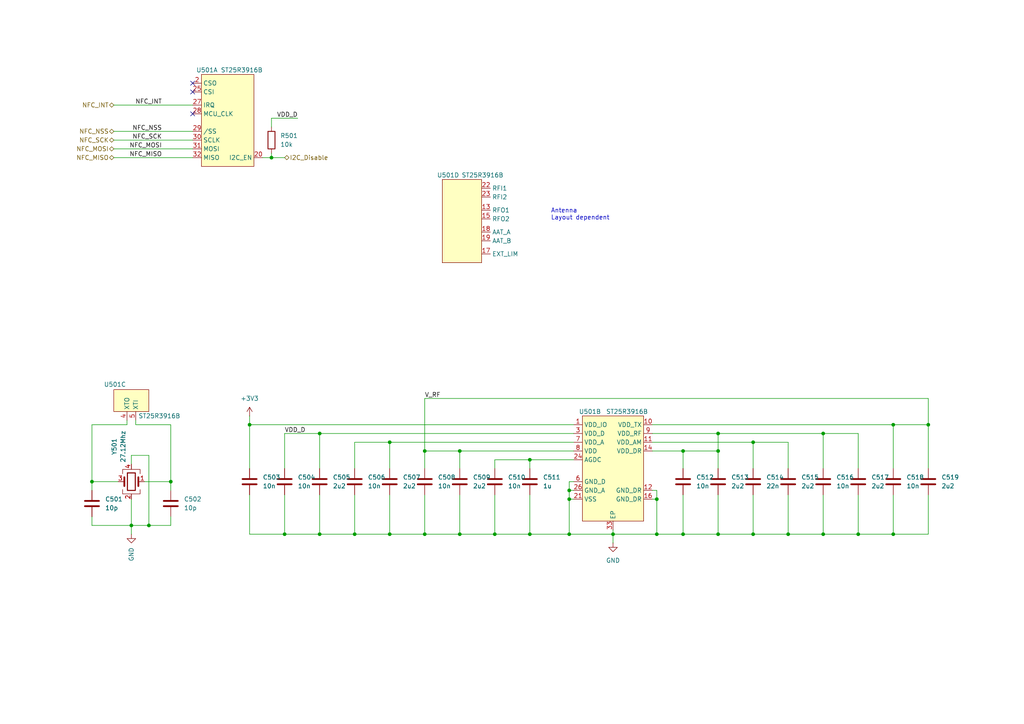
<source format=kicad_sch>
(kicad_sch (version 20250114) (generator "eeschema") (generator_version "9.0")
  (paper "A4")
  (lib_symbols
    (symbol "+3V3_1" (power) (pin_numbers (hide yes)) (pin_names (offset 0) (hide yes))
      (property "Value" "+3V3" (at 0 3.556 0))
      (symbol "+3V3_1_0_1"
        (polyline (pts (xy -0.762 1.27) (xy 0 2.54)))
        (polyline (pts (xy 0 2.54) (xy 0.762 1.27)))
        (polyline (pts (xy 0 0) (xy 0 2.54)))
      )
      (symbol "+3V3_1_1_1"
        (pin power_in line (at 0 0 90) (length 0) (name "~") (number "1"))
      )
    )
    (symbol "Device:C" (pin_numbers (hide yes)) (pin_names (offset 0.254))
      (property "Reference" "C" (at 0.635 2.54 0))
      (property "Value" "C" (at 0.635 -2.54 0))
      (symbol "C_0_1"
        (polyline (pts (xy -2.032 0.762) (xy 2.032 0.762)) (stroke (width 0.508)))
        (polyline (pts (xy -2.032 -0.762) (xy 2.032 -0.762)) (stroke (width 0.508)))
      )
      (symbol "C_1_1"
        (pin passive line (at 0 3.81 270) (length 2.794) (name "~") (number "1"))
        (pin passive line (at 0 -3.81 90) (length 2.794) (name "~") (number "2"))
      )
    )
    (symbol "Device:Crystal_GND24" (pin_names (offset 1.016) (hide yes))
      (property "Reference" "Y" (at 3.175 5.08 0))
      (property "Value" "Crystal_GND24" (at 3.175 3.175 0))
      (symbol "Crystal_GND24_0_1"
        (polyline (pts (xy -2.54 2.286) (xy -2.54 3.556) (xy 2.54 3.556) (xy 2.54 2.286)))
        (polyline (pts (xy -2.54 0) (xy -2.032 0)))
        (polyline (pts (xy -2.54 -2.286) (xy -2.54 -3.556) (xy 2.54 -3.556) (xy 2.54 -2.286)))
        (polyline (pts (xy -2.032 -1.27) (xy -2.032 1.27)) (stroke (width 0.508)))
        (rectangle (start -1.143 2.54) (end 1.143 -2.54) (stroke (width 0.3048)))
        (polyline (pts (xy 0 3.556) (xy 0 3.81)))
        (polyline (pts (xy 0 -3.81) (xy 0 -3.556)))
        (polyline (pts (xy 2.032 0) (xy 2.54 0)))
        (polyline (pts (xy 2.032 -1.27) (xy 2.032 1.27)) (stroke (width 0.508)))
      )
      (symbol "Crystal_GND24_1_1"
        (pin passive line (at -3.81 0 0) (length 1.27) (name "1") (number "1"))
        (pin passive line (at 0 5.08 270) (length 1.27) (name "2") (number "2"))
        (pin passive line (at 0 -5.08 90) (length 1.27) (name "4") (number "4"))
        (pin passive line (at 3.81 0 180) (length 1.27) (name "3") (number "3"))
      )
    )
    (symbol "Device:R" (pin_numbers (hide yes)) (pin_names (offset 0))
      (property "Reference" "R" (at 2.032 0 90))
      (property "Value" "R" (at 0 0 90))
      (symbol "R_0_1"
        (rectangle (start -1.016 -2.54) (end 1.016 2.54) (stroke (width 0.254)))
      )
      (symbol "R_1_1"
        (pin passive line (at 0 3.81 270) (length 1.27) (name "~") (number "1"))
        (pin passive line (at 0 -3.81 90) (length 1.27) (name "~") (number "2"))
      )
    )
    (symbol "GND_1" (power) (pin_numbers (hide yes)) (pin_names (offset 0) (hide yes))
      (property "Value" "GND" (at 0 -3.81 0))
      (symbol "GND_1_0_1"
        (polyline (pts (xy 0 0) (xy 0 -1.27) (xy 1.27 -1.27) (xy 0 -2.54) (xy -1.27 -1.27) (xy 0 -1.27)))
      )
      (symbol "GND_1_1_1"
        (pin power_in line (at 0 0 270) (length 0) (name "~") (number "1"))
      )
    )
    (symbol "myParts:ST25R3916B"
      (property "Reference" "U" (at 0.508 1.016 0))
      (symbol "ST25R3916B_1_1"
        (rectangle (start 0 0) (end 15.24 -26.67) (fill (type background)))
        (pin output line (at -2.54 -2.54 0) (length 2.54) (name "CSO") (number "2"))
        (pin passive line (at -2.54 -5.08 0) (length 2.54) (name "CSI") (number "25"))
        (pin output line (at -2.54 -8.89 0) (length 2.54) (name "IRQ") (number "27"))
        (pin output line (at -2.54 -11.43 0) (length 2.54) (name "MCU_CLK") (number "28"))
        (pin input line (at -2.54 -16.51 0) (length 2.54) (name "/SS") (number "29"))
        (pin input line (at -2.54 -19.05 0) (length 2.54) (name "SCLK") (number "30"))
        (pin input line (at -2.54 -21.59 0) (length 2.54) (name "MOSI") (number "31"))
        (pin output line (at -2.54 -24.13 0) (length 2.54) (name "MISO") (number "32"))
        (pin input line (at 17.78 -24.13 180) (length 2.54) (name "I2C_EN") (number "20"))
      )
      (symbol "ST25R3916B_2_1"
        (rectangle (start 0 0) (end 17.78 -30.48) (fill (type background)))
        (pin passive line (at -2.54 -2.54 0) (length 2.54) (name "VDD_IO") (number "1"))
        (pin passive line (at -2.54 -5.08 0) (length 2.54) (name "VDD_D") (number "3"))
        (pin passive line (at -2.54 -7.62 0) (length 2.54) (name "VDD_A") (number "7"))
        (pin passive line (at -2.54 -10.16 0) (length 2.54) (name "VDD") (number "8"))
        (pin passive line (at -2.54 -12.7 0) (length 2.54) (name "AGDC") (number "24"))
        (pin passive line (at -2.54 -19.05 0) (length 2.54) (name "GND_D") (number "6"))
        (pin passive line (at -2.54 -21.59 0) (length 2.54) (name "GND_A") (number "26"))
        (pin passive line (at -2.54 -24.13 0) (length 2.54) (name "VSS") (number "21"))
        (pin power_in line (at 8.89 -33.02 90) (length 2.54) (name "EP") (number "33"))
        (pin passive line (at 20.32 -2.54 180) (length 2.54) (name "VDD_TX") (number "10"))
        (pin passive line (at 20.32 -5.08 180) (length 2.54) (name "VDD_RF") (number "9"))
        (pin passive line (at 20.32 -7.62 180) (length 2.54) (name "VDD_AM") (number "11"))
        (pin passive line (at 20.32 -10.16 180) (length 2.54) (name "VDD_DR") (number "14"))
        (pin passive line (at 20.32 -21.59 180) (length 2.54) (name "GND_DR") (number "12"))
        (pin passive line (at 20.32 -24.13 180) (length 2.54) (name "GND_DR") (number "16"))
      )
      (symbol "ST25R3916B_3_1"
        (rectangle (start 0 0) (end 6.35 -10.16) (fill (type background)))
        (pin output line (at -2.54 -3.81 0) (length 2.54) (name "XTO") (number "4"))
        (pin passive line (at -2.54 -6.35 0) (length 2.54) (name "XTI") (number "5"))
      )
      (symbol "ST25R3916B_4_1"
        (rectangle (start 0 0) (end 11.43 -24.13) (fill (type background)))
        (pin passive line (at 11.43 -2.54 0) (length 2.54) (name "RFI1") (number "22"))
        (pin passive line (at 11.43 -5.08 0) (length 2.54) (name "RFI2") (number "23"))
        (pin output line (at 11.43 -8.89 0) (length 2.54) (name "RFO1") (number "13"))
        (pin output line (at 11.43 -11.43 0) (length 2.54) (name "RFO2") (number "15"))
        (pin passive line (at 11.43 -15.24 0) (length 2.54) (name "AAT_A") (number "18"))
        (pin passive line (at 11.43 -17.78 0) (length 2.54) (name "AAT_B") (number "19"))
        (pin passive line (at 11.43 -21.59 0) (length 2.54) (name "EXT_LIM") (number "17"))
      )
    )
  )
  (text "Antenna\nLayout dependent" (at 159.766 62.23 0) (effects (font (size 1.27 1.27)) (justify left)))
  (junction (at 133.35 130.81))
  (junction (at 165.1 154.94))
  (junction (at 113.03 154.94))
  (junction (at 123.19 130.81))
  (junction (at 208.28 130.81))
  (junction (at 153.67 133.35))
  (junction (at 208.28 154.94))
  (junction (at 72.39 123.19))
  (junction (at 238.76 154.94))
  (junction (at 165.1 142.24))
  (junction (at 38.1 152.4))
  (junction (at 143.51 154.94))
  (junction (at 123.19 154.94))
  (junction (at 165.1 144.78))
  (junction (at 113.03 128.27))
  (junction (at 198.12 154.94))
  (junction (at 259.08 154.94))
  (junction (at 198.12 130.81))
  (junction (at 190.5 154.94))
  (junction (at 238.76 125.73))
  (junction (at 269.24 123.19))
  (junction (at 82.55 154.94))
  (junction (at 208.28 125.73))
  (junction (at 228.6 154.94))
  (junction (at 102.87 154.94))
  (junction (at 43.18 152.4))
  (junction (at 248.92 154.94))
  (junction (at 92.71 154.94))
  (junction (at 78.74 45.72))
  (junction (at 26.67 139.7))
  (junction (at 133.35 154.94))
  (junction (at 218.44 128.27))
  (junction (at 49.53 139.7))
  (junction (at 190.5 144.78))
  (junction (at 259.08 123.19))
  (junction (at 92.71 125.73))
  (junction (at 218.44 154.94))
  (junction (at 177.8 154.94))
  (junction (at 153.67 154.94))
  (no_connect (at 55.88 24.13))
  (no_connect (at 55.88 33.02))
  (no_connect (at 55.88 26.67))
  (wire (pts (xy 228.6 128.27) (xy 228.6 135.89)))
  (wire (pts (xy 36.83 121.92) (xy 36.83 123.19)))
  (wire (pts (xy 269.24 135.89) (xy 269.24 123.19)))
  (wire (pts (xy 38.1 132.08) (xy 43.18 132.08)))
  (wire (pts (xy 189.23 144.78) (xy 190.5 144.78)))
  (wire (pts (xy 190.5 144.78) (xy 190.5 154.94)))
  (wire (pts (xy 39.37 123.19) (xy 39.37 121.92)))
  (wire (pts (xy 26.67 152.4) (xy 38.1 152.4)))
  (wire (pts (xy 78.74 45.72) (xy 82.55 45.72)))
  (wire (pts (xy 177.8 154.94) (xy 177.8 157.48)))
  (wire (pts (xy 133.35 143.51) (xy 133.35 154.94)))
  (wire (pts (xy 43.18 152.4) (xy 38.1 152.4)))
  (wire (pts (xy 198.12 154.94) (xy 190.5 154.94)))
  (wire (pts (xy 26.67 152.4) (xy 26.67 149.86)))
  (wire (pts (xy 248.92 125.73) (xy 238.76 125.73)))
  (wire (pts (xy 49.53 142.24) (xy 49.53 139.7)))
  (wire (pts (xy 113.03 128.27) (xy 166.37 128.27)))
  (wire (pts (xy 72.39 120.65) (xy 72.39 123.19)))
  (wire (pts (xy 238.76 125.73) (xy 238.76 135.89)))
  (wire (pts (xy 36.83 123.19) (xy 26.67 123.19)))
  (wire (pts (xy 33.02 30.48) (xy 55.88 30.48)))
  (wire (pts (xy 228.6 143.51) (xy 228.6 154.94)))
  (wire (pts (xy 33.02 40.64) (xy 55.88 40.64)))
  (wire (pts (xy 26.67 139.7) (xy 34.29 139.7)))
  (wire (pts (xy 208.28 154.94) (xy 198.12 154.94)))
  (wire (pts (xy 133.35 130.81) (xy 123.19 130.81)))
  (wire (pts (xy 123.19 115.57) (xy 269.24 115.57)))
  (wire (pts (xy 269.24 143.51) (xy 269.24 154.94)))
  (wire (pts (xy 153.67 143.51) (xy 153.67 154.94)))
  (wire (pts (xy 78.74 34.29) (xy 78.74 36.83)))
  (wire (pts (xy 238.76 143.51) (xy 238.76 154.94)))
  (wire (pts (xy 259.08 143.51) (xy 259.08 154.94)))
  (wire (pts (xy 72.39 154.94) (xy 82.55 154.94)))
  (wire (pts (xy 26.67 123.19) (xy 26.67 139.7)))
  (wire (pts (xy 72.39 123.19) (xy 72.39 135.89)))
  (wire (pts (xy 49.53 152.4) (xy 49.53 149.86)))
  (wire (pts (xy 165.1 139.7) (xy 165.1 142.24)))
  (wire (pts (xy 165.1 154.94) (xy 165.1 144.78)))
  (wire (pts (xy 82.55 135.89) (xy 82.55 125.73)))
  (wire (pts (xy 78.74 34.29) (xy 86.36 34.29)))
  (wire (pts (xy 143.51 154.94) (xy 153.67 154.94)))
  (wire (pts (xy 165.1 142.24) (xy 166.37 142.24)))
  (wire (pts (xy 165.1 142.24) (xy 165.1 144.78)))
  (wire (pts (xy 143.51 135.89) (xy 143.51 133.35)))
  (wire (pts (xy 43.18 132.08) (xy 43.18 152.4)))
  (wire (pts (xy 218.44 128.27) (xy 218.44 135.89)))
  (wire (pts (xy 208.28 125.73) (xy 189.23 125.73)))
  (wire (pts (xy 248.92 154.94) (xy 238.76 154.94)))
  (wire (pts (xy 76.2 45.72) (xy 78.74 45.72)))
  (wire (pts (xy 33.02 45.72) (xy 55.88 45.72)))
  (wire (pts (xy 143.51 143.51) (xy 143.51 154.94)))
  (wire (pts (xy 189.23 142.24) (xy 190.5 142.24)))
  (wire (pts (xy 92.71 125.73) (xy 92.71 135.89)))
  (wire (pts (xy 82.55 154.94) (xy 92.71 154.94)))
  (wire (pts (xy 238.76 125.73) (xy 208.28 125.73)))
  (wire (pts (xy 269.24 154.94) (xy 259.08 154.94)))
  (wire (pts (xy 38.1 154.94) (xy 38.1 152.4)))
  (wire (pts (xy 38.1 132.08) (xy 38.1 134.62)))
  (wire (pts (xy 198.12 130.81) (xy 189.23 130.81)))
  (wire (pts (xy 153.67 154.94) (xy 165.1 154.94)))
  (wire (pts (xy 133.35 154.94) (xy 143.51 154.94)))
  (wire (pts (xy 228.6 154.94) (xy 218.44 154.94)))
  (wire (pts (xy 208.28 130.81) (xy 198.12 130.81)))
  (wire (pts (xy 208.28 143.51) (xy 208.28 154.94)))
  (wire (pts (xy 166.37 139.7) (xy 165.1 139.7)))
  (wire (pts (xy 38.1 144.78) (xy 38.1 152.4)))
  (wire (pts (xy 123.19 154.94) (xy 133.35 154.94)))
  (wire (pts (xy 218.44 154.94) (xy 208.28 154.94)))
  (wire (pts (xy 248.92 143.51) (xy 248.92 154.94)))
  (wire (pts (xy 92.71 154.94) (xy 102.87 154.94)))
  (wire (pts (xy 133.35 130.81) (xy 133.35 135.89)))
  (wire (pts (xy 269.24 115.57) (xy 269.24 123.19)))
  (wire (pts (xy 259.08 123.19) (xy 189.23 123.19)))
  (wire (pts (xy 133.35 130.81) (xy 166.37 130.81)))
  (wire (pts (xy 153.67 133.35) (xy 166.37 133.35)))
  (wire (pts (xy 269.24 123.19) (xy 259.08 123.19)))
  (wire (pts (xy 92.71 125.73) (xy 166.37 125.73)))
  (wire (pts (xy 49.53 123.19) (xy 39.37 123.19)))
  (wire (pts (xy 259.08 154.94) (xy 248.92 154.94)))
  (wire (pts (xy 33.02 43.18) (xy 55.88 43.18)))
  (wire (pts (xy 123.19 130.81) (xy 123.19 135.89)))
  (wire (pts (xy 228.6 128.27) (xy 218.44 128.27)))
  (wire (pts (xy 82.55 125.73) (xy 92.71 125.73)))
  (wire (pts (xy 208.28 135.89) (xy 208.28 130.81)))
  (wire (pts (xy 26.67 142.24) (xy 26.67 139.7)))
  (wire (pts (xy 177.8 153.67) (xy 177.8 154.94)))
  (wire (pts (xy 218.44 128.27) (xy 189.23 128.27)))
  (wire (pts (xy 198.12 143.51) (xy 198.12 154.94)))
  (wire (pts (xy 259.08 135.89) (xy 259.08 123.19)))
  (wire (pts (xy 33.02 38.1) (xy 55.88 38.1)))
  (wire (pts (xy 165.1 144.78) (xy 166.37 144.78)))
  (wire (pts (xy 165.1 154.94) (xy 177.8 154.94)))
  (wire (pts (xy 113.03 128.27) (xy 102.87 128.27)))
  (wire (pts (xy 143.51 133.35) (xy 153.67 133.35)))
  (wire (pts (xy 113.03 154.94) (xy 123.19 154.94)))
  (wire (pts (xy 43.18 152.4) (xy 49.53 152.4)))
  (wire (pts (xy 190.5 154.94) (xy 177.8 154.94)))
  (wire (pts (xy 41.91 139.7) (xy 49.53 139.7)))
  (wire (pts (xy 92.71 143.51) (xy 92.71 154.94)))
  (wire (pts (xy 102.87 128.27) (xy 102.87 135.89)))
  (wire (pts (xy 218.44 143.51) (xy 218.44 154.94)))
  (wire (pts (xy 72.39 143.51) (xy 72.39 154.94)))
  (wire (pts (xy 153.67 135.89) (xy 153.67 133.35)))
  (wire (pts (xy 82.55 143.51) (xy 82.55 154.94)))
  (wire (pts (xy 78.74 44.45) (xy 78.74 45.72)))
  (wire (pts (xy 190.5 142.24) (xy 190.5 144.78)))
  (wire (pts (xy 49.53 139.7) (xy 49.53 123.19)))
  (wire (pts (xy 102.87 154.94) (xy 113.03 154.94)))
  (wire (pts (xy 123.19 130.81) (xy 123.19 115.57)))
  (wire (pts (xy 113.03 143.51) (xy 113.03 154.94)))
  (wire (pts (xy 208.28 125.73) (xy 208.28 130.81)))
  (wire (pts (xy 198.12 130.81) (xy 198.12 135.89)))
  (wire (pts (xy 248.92 135.89) (xy 248.92 125.73)))
  (wire (pts (xy 113.03 128.27) (xy 113.03 135.89)))
  (wire (pts (xy 102.87 143.51) (xy 102.87 154.94)))
  (wire (pts (xy 123.19 143.51) (xy 123.19 154.94)))
  (wire (pts (xy 72.39 123.19) (xy 166.37 123.19)))
  (wire (pts (xy 238.76 154.94) (xy 228.6 154.94)))
  (label "VDD_D" (at 86.36 34.29 180))
  (label "VDD_D" (at 82.55 125.73 0))
  (label "NFC_INT" (at 46.99 30.48 180))
  (label "NFC_MOSI" (at 46.99 43.18 180))
  (label "NFC_SCK" (at 46.99 40.64 180))
  (label "NFC_MISO" (at 46.99 45.72 180))
  (label "NFC_NSS" (at 46.99 38.1 180))
  (label "V_RF" (at 123.19 115.57 0))
  (hierarchical_label "NFC_MISO" (shape bidirectional) (at 33.02 45.72 180))
  (hierarchical_label "NFC_SCK" (shape bidirectional) (at 33.02 40.64 180))
  (hierarchical_label "NFC_INT" (shape bidirectional) (at 33.02 30.48 180))
  (hierarchical_label "NFC_MOSI" (shape bidirectional) (at 33.02 43.18 180))
  (hierarchical_label "NFC_NSS" (shape bidirectional) (at 33.02 38.1 180))
  (hierarchical_label "I2C_Disable" (shape bidirectional) (at 82.55 45.72 0))
  (symbol (lib_name "GND_1") (lib_id "power:GND") (at 177.8 157.48 0) (unit 1)
    (property "Reference" "#PWR0503" (effects (hide yes)))
    (property "Value" "GND" (at 177.8 162.56 0))
    (property "Description" "Power symbol creates a global label with name \"GND\" , ground" (effects (hide yes)))
  )
  (symbol (lib_id "myParts:ST25R3916B") (at 58.42 21.59 0) (unit 1)
    (property "Reference" "U501" (at 56.896 20.32 0) (effects (justify left)))
    (property "Value" "ST25R3916B" (at 64.008 20.32 0) (effects (justify left)))
    (property "Footprint" "Package_DFN_QFN:UFQFPN-32-1EP_5x5mm_P0.5mm_EP3.5x3.5mm" (effects (hide yes)))
  )
  (symbol (lib_id "Device:C") (at 26.67 146.05 0) (unit 1)
    (property "Reference" "C501" (at 30.48 144.7799 0) (effects (justify left)))
    (property "Value" "10p" (at 30.48 147.3199 0) (effects (justify left)))
    (property "Footprint" "Capacitor_SMD:C_0603_1608Metric_Pad1.08x0.95mm_HandSolder" (effects (hide yes)))
    (property "Description" "Unpolarized capacitor" (effects (hide yes)))
  )
  (symbol (lib_id "Device:C") (at 49.53 146.05 0) (unit 1)
    (property "Reference" "C502" (at 53.34 144.7799 0) (effects (justify left)))
    (property "Value" "10p" (at 53.34 147.3199 0) (effects (justify left)))
    (property "Footprint" "Capacitor_SMD:C_0603_1608Metric_Pad1.08x0.95mm_HandSolder" (effects (hide yes)))
    (property "Description" "Unpolarized capacitor" (effects (hide yes)))
  )
  (symbol (lib_id "myParts:ST25R3916B") (at 33.02 119.38 90) (unit 3)
    (property "Reference" "U501" (at 36.576 111.506 90) (effects (justify left)))
    (property "Value" "ST25R3916B" (at 52.324 120.65 90) (effects (justify left)))
    (property "Footprint" "Package_DFN_QFN:UFQFPN-32-1EP_5x5mm_P0.5mm_EP3.5x3.5mm" (effects (hide yes)))
  )
  (symbol (lib_id "Device:C") (at 208.28 139.7 0) (unit 1)
    (property "Reference" "C513" (at 212.09 138.4299 0) (effects (justify left)))
    (property "Value" "2u2" (at 212.09 140.9699 0) (effects (justify left)))
    (property "Footprint" "Capacitor_SMD:C_0603_1608Metric_Pad1.08x0.95mm_HandSolder" (effects (hide yes)))
    (property "Description" "Unpolarized capacitor" (effects (hide yes)))
  )
  (symbol (lib_id "Device:C") (at 113.03 139.7 0) (unit 1)
    (property "Reference" "C507" (at 116.84 138.4299 0) (effects (justify left)))
    (property "Value" "2u2" (at 116.84 140.9699 0) (effects (justify left)))
    (property "Footprint" "Capacitor_SMD:C_0603_1608Metric_Pad1.08x0.95mm_HandSolder" (effects (hide yes)))
    (property "Description" "Unpolarized capacitor" (effects (hide yes)))
  )
  (symbol (lib_id "Device:Crystal_GND24") (at 38.1 139.7 180) (unit 1)
    (property "Reference" "Y501" (at 33.1468 129.54 90))
    (property "Value" "27.12Mhz" (at 35.6868 129.54 90))
    (property "Footprint" "Crystal:Crystal_SMD_SeikoEpson_FA128-4Pin_2.0x1.6mm" (effects (hide yes)))
    (property "Description" "Four pin crystal, GND on pins 2 and 4" (effects (hide yes)))
  )
  (symbol (lib_id "Device:C") (at 92.71 139.7 0) (unit 1)
    (property "Reference" "C505" (at 96.52 138.4299 0) (effects (justify left)))
    (property "Value" "2u2" (at 96.52 140.9699 0) (effects (justify left)))
    (property "Footprint" "Capacitor_SMD:C_0603_1608Metric_Pad1.08x0.95mm_HandSolder" (effects (hide yes)))
    (property "Description" "Unpolarized capacitor" (effects (hide yes)))
  )
  (symbol (lib_id "Device:C") (at 259.08 139.7 0) (unit 1)
    (property "Reference" "C518" (at 262.89 138.4299 0) (effects (justify left)))
    (property "Value" "10n" (at 262.89 140.9699 0) (effects (justify left)))
    (property "Footprint" "Capacitor_SMD:C_0603_1608Metric_Pad1.08x0.95mm_HandSolder" (effects (hide yes)))
    (property "Description" "Unpolarized capacitor" (effects (hide yes)))
  )
  (symbol (lib_name "+3V3_1") (lib_id "power:+3V3") (at 72.39 120.65 0) (unit 1)
    (property "Reference" "#PWR0502" (effects (hide yes)))
    (property "Value" "+3V3" (at 72.39 115.57 0))
    (property "Description" "Power symbol creates a global label with name \"+3V3\"" (effects (hide yes)))
  )
  (symbol (lib_id "myParts:ST25R3916B") (at 128.27 52.07 0) (unit 4)
    (property "Reference" "U501" (at 126.746 50.8 0) (effects (justify left)))
    (property "Value" "ST25R3916B" (at 133.858 50.8 0) (effects (justify left)))
    (property "Footprint" "Package_DFN_QFN:UFQFPN-32-1EP_5x5mm_P0.5mm_EP3.5x3.5mm" (effects (hide yes)))
  )
  (symbol (lib_id "Device:C") (at 153.67 139.7 0) (unit 1)
    (property "Reference" "C511" (at 157.48 138.4299 0) (effects (justify left)))
    (property "Value" "1u" (at 157.48 140.9699 0) (effects (justify left)))
    (property "Footprint" "Capacitor_SMD:C_0603_1608Metric_Pad1.08x0.95mm_HandSolder" (effects (hide yes)))
    (property "Description" "Unpolarized capacitor" (effects (hide yes)))
  )
  (symbol (lib_id "Device:C") (at 72.39 139.7 0) (unit 1)
    (property "Reference" "C503" (at 76.2 138.4299 0) (effects (justify left)))
    (property "Value" "10n" (at 76.2 140.9699 0) (effects (justify left)))
    (property "Footprint" "Capacitor_SMD:C_0603_1608Metric_Pad1.08x0.95mm_HandSolder" (effects (hide yes)))
    (property "Description" "Unpolarized capacitor" (effects (hide yes)))
  )
  (symbol (lib_id "Device:C") (at 133.35 139.7 0) (unit 1)
    (property "Reference" "C509" (at 137.16 138.4299 0) (effects (justify left)))
    (property "Value" "2u2" (at 137.16 140.9699 0) (effects (justify left)))
    (property "Footprint" "Capacitor_SMD:C_0603_1608Metric_Pad1.08x0.95mm_HandSolder" (effects (hide yes)))
    (property "Description" "Unpolarized capacitor" (effects (hide yes)))
  )
  (symbol (lib_id "Device:C") (at 238.76 139.7 0) (unit 1)
    (property "Reference" "C516" (at 242.57 138.4299 0) (effects (justify left)))
    (property "Value" "10n" (at 242.57 140.9699 0) (effects (justify left)))
    (property "Footprint" "Capacitor_SMD:C_0603_1608Metric_Pad1.08x0.95mm_HandSolder" (effects (hide yes)))
    (property "Description" "Unpolarized capacitor" (effects (hide yes)))
  )
  (symbol (lib_id "Device:C") (at 82.55 139.7 0) (unit 1)
    (property "Reference" "C504" (at 86.36 138.4299 0) (effects (justify left)))
    (property "Value" "10n" (at 86.36 140.9699 0) (effects (justify left)))
    (property "Footprint" "Capacitor_SMD:C_0603_1608Metric_Pad1.08x0.95mm_HandSolder" (effects (hide yes)))
    (property "Description" "Unpolarized capacitor" (effects (hide yes)))
  )
  (symbol (lib_id "Device:C") (at 218.44 139.7 0) (unit 1)
    (property "Reference" "C514" (at 222.25 138.4299 0) (effects (justify left)))
    (property "Value" "22n" (at 222.25 140.9699 0) (effects (justify left)))
    (property "Footprint" "Capacitor_SMD:C_0603_1608Metric_Pad1.08x0.95mm_HandSolder" (effects (hide yes)))
    (property "Description" "Unpolarized capacitor" (effects (hide yes)))
  )
  (symbol (lib_id "Device:C") (at 228.6 139.7 0) (unit 1)
    (property "Reference" "C515" (at 232.41 138.4299 0) (effects (justify left)))
    (property "Value" "2u2" (at 232.41 140.9699 0) (effects (justify left)))
    (property "Footprint" "Capacitor_SMD:C_0603_1608Metric_Pad1.08x0.95mm_HandSolder" (effects (hide yes)))
    (property "Description" "Unpolarized capacitor" (effects (hide yes)))
  )
  (symbol (lib_id "myParts:ST25R3916B") (at 168.91 120.65 0) (unit 2)
    (property "Reference" "U501" (at 167.894 119.38 0) (effects (justify left)))
    (property "Value" "ST25R3916B" (at 175.768 119.38 0) (effects (justify left)))
    (property "Footprint" "Package_DFN_QFN:UFQFPN-32-1EP_5x5mm_P0.5mm_EP3.5x3.5mm" (effects (hide yes)))
  )
  (symbol (lib_id "Device:C") (at 248.92 139.7 0) (unit 1)
    (property "Reference" "C517" (at 252.73 138.4299 0) (effects (justify left)))
    (property "Value" "2u2" (at 252.73 140.9699 0) (effects (justify left)))
    (property "Footprint" "Capacitor_SMD:C_0603_1608Metric_Pad1.08x0.95mm_HandSolder" (effects (hide yes)))
    (property "Description" "Unpolarized capacitor" (effects (hide yes)))
  )
  (symbol (lib_id "Device:R") (at 78.74 40.64 0) (unit 1)
    (property "Reference" "R501" (at 81.28 39.3699 0) (effects (justify left)))
    (property "Value" "10k" (at 81.28 41.9099 0) (effects (justify left)))
    (property "Footprint" "Resistor_SMD:R_0805_2012Metric_Pad1.20x1.40mm_HandSolder" (effects (hide yes)))
    (property "Description" "Resistor" (effects (hide yes)))
  )
  (symbol (lib_id "Device:C") (at 143.51 139.7 0) (unit 1)
    (property "Reference" "C510" (at 147.32 138.4299 0) (effects (justify left)))
    (property "Value" "10n" (at 147.32 140.9699 0) (effects (justify left)))
    (property "Footprint" "Capacitor_SMD:C_0603_1608Metric_Pad1.08x0.95mm_HandSolder" (effects (hide yes)))
    (property "Description" "Unpolarized capacitor" (effects (hide yes)))
  )
  (symbol (lib_id "Device:C") (at 102.87 139.7 0) (unit 1)
    (property "Reference" "C506" (at 106.68 138.4299 0) (effects (justify left)))
    (property "Value" "10n" (at 106.68 140.9699 0) (effects (justify left)))
    (property "Footprint" "Capacitor_SMD:C_0603_1608Metric_Pad1.08x0.95mm_HandSolder" (effects (hide yes)))
    (property "Description" "Unpolarized capacitor" (effects (hide yes)))
  )
  (symbol (lib_id "Device:C") (at 198.12 139.7 0) (unit 1)
    (property "Reference" "C512" (at 201.93 138.4299 0) (effects (justify left)))
    (property "Value" "10n" (at 201.93 140.9699 0) (effects (justify left)))
    (property "Footprint" "Capacitor_SMD:C_0603_1608Metric_Pad1.08x0.95mm_HandSolder" (effects (hide yes)))
    (property "Description" "Unpolarized capacitor" (effects (hide yes)))
  )
  (symbol (lib_id "Device:C") (at 269.24 139.7 0) (unit 1)
    (property "Reference" "C519" (at 273.05 138.4299 0) (effects (justify left)))
    (property "Value" "2u2" (at 273.05 140.9699 0) (effects (justify left)))
    (property "Footprint" "Capacitor_SMD:C_0603_1608Metric_Pad1.08x0.95mm_HandSolder" (effects (hide yes)))
    (property "Description" "Unpolarized capacitor" (effects (hide yes)))
  )
  (symbol (lib_id "Device:C") (at 123.19 139.7 0) (unit 1)
    (property "Reference" "C508" (at 127 138.4299 0) (effects (justify left)))
    (property "Value" "10n" (at 127 140.9699 0) (effects (justify left)))
    (property "Footprint" "Capacitor_SMD:C_0603_1608Metric_Pad1.08x0.95mm_HandSolder" (effects (hide yes)))
    (property "Description" "Unpolarized capacitor" (effects (hide yes)))
  )
  (symbol (lib_name "GND_1") (lib_id "power:GND") (at 38.1 154.94 0) (unit 1)
    (property "Reference" "#PWR0501" (effects (hide yes)))
    (property "Value" "GND" (at 38.0999 158.75 90) (effects (justify right)))
    (property "Description" "Power symbol creates a global label with name \"GND\" , ground" (effects (hide yes)))
  )
)
</source>
